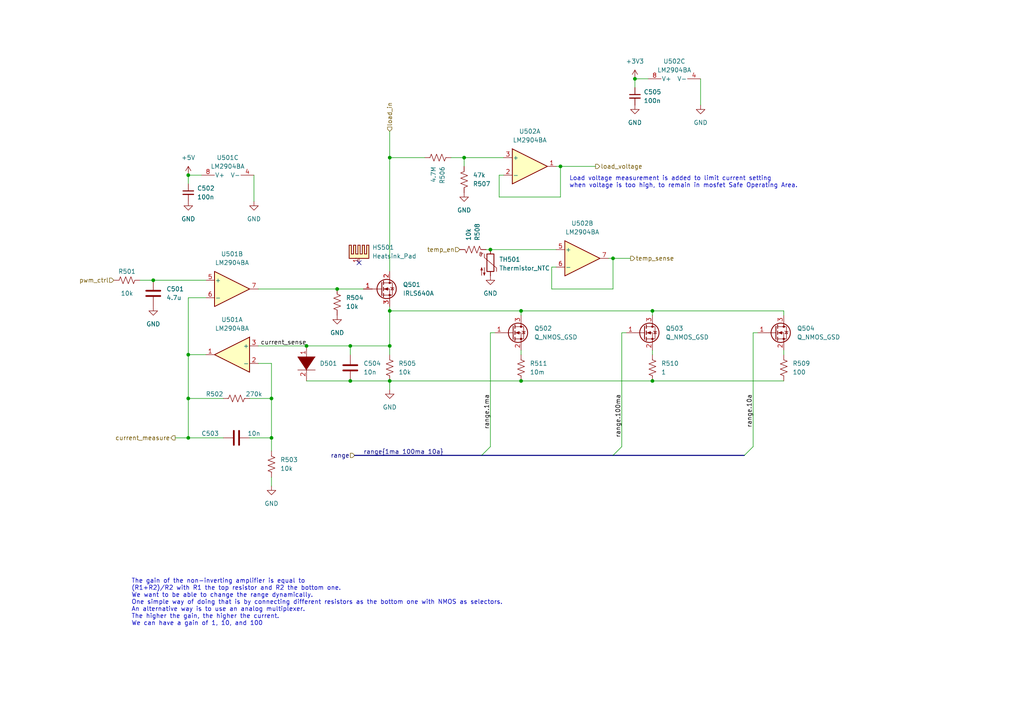
<source format=kicad_sch>
(kicad_sch (version 20211123) (generator eeschema)
  (paper "A4")
  (lib_symbols
    (symbol "Amplifier_Operational:LM2904" (pin_names (offset 0.127))
      (property "Reference" "U" (at 0 5.08 0))
      (property "Value" "LM2904" (at 0 -5.08 0))
      (symbol "LM2904_1_1"
        (polyline (pts (xy -5.08 5.08) (xy 5.08 0) (xy -5.08 -5.08) (xy -5.08 5.08)) (stroke (width 0.254)) (fill (type background)))
        (pin output line (at 7.62 0 180) (length 2.54) (name "~") (number "1"))
        (pin input line (at -7.62 -2.54 0) (length 2.54) (name "-") (number "2"))
        (pin input line (at -7.62 2.54 0) (length 2.54) (name "+") (number "3"))
      )
      (symbol "LM2904_2_1"
        (polyline (pts (xy -5.08 5.08) (xy 5.08 0) (xy -5.08 -5.08) (xy -5.08 5.08)) (stroke (width 0.254)) (fill (type background)))
        (pin input line (at -7.62 2.54 0) (length 2.54) (name "+") (number "5"))
        (pin input line (at -7.62 -2.54 0) (length 2.54) (name "-") (number "6"))
        (pin output line (at 7.62 0 180) (length 2.54) (name "~") (number "7"))
      )
      (symbol "LM2904_3_1"
        (pin power_in line (at -2.54 -7.62 90) (length 3.81) (name "V-") (number "4"))
        (pin power_in line (at -2.54 7.62 270) (length 3.81) (name "V+") (number "8"))
      )
    )
    (symbol "Device:C" (pin_numbers hide) (pin_names (offset 0.254))
      (property "Reference" "C" (at 0.635 2.54 0))
      (property "Value" "C" (at 0.635 -2.54 0))
      (symbol "C_0_1"
        (polyline (pts (xy -2.032 -0.762) (xy 2.032 -0.762)) (stroke (width 0.508)))
        (polyline (pts (xy -2.032 0.762) (xy 2.032 0.762)) (stroke (width 0.508)))
      )
      (symbol "C_1_1"
        (pin passive line (at 0 3.81 270) (length 2.794) (name "~") (number "1"))
        (pin passive line (at 0 -3.81 90) (length 2.794) (name "~") (number "2"))
      )
    )
    (symbol "Device:C_Small" (pin_numbers hide) (pin_names (offset 0.254) hide)
      (property "Reference" "C" (at 0.254 1.778 0))
      (property "Value" "C_Small" (at 0.254 -2.032 0))
      (symbol "C_Small_0_1"
        (polyline (pts (xy -1.524 -0.508) (xy 1.524 -0.508)) (stroke (width 0.3302)))
        (polyline (pts (xy -1.524 0.508) (xy 1.524 0.508)) (stroke (width 0.3048)))
      )
      (symbol "C_Small_1_1"
        (pin passive line (at 0 2.54 270) (length 2.032) (name "~") (number "1"))
        (pin passive line (at 0 -2.54 90) (length 2.032) (name "~") (number "2"))
      )
    )
    (symbol "Device:Q_NMOS_GDS" (pin_names (offset 0) hide)
      (property "Reference" "Q" (at 5.08 1.27 0))
      (property "Value" "Q_NMOS_GDS" (at 5.08 -1.27 0))
      (symbol "Q_NMOS_GDS_0_1"
        (polyline (pts (xy 0.254 0) (xy -2.54 0)))
        (polyline (pts (xy 0.254 1.905) (xy 0.254 -1.905)) (stroke (width 0.254)))
        (polyline (pts (xy 0.762 -1.27) (xy 0.762 -2.286)) (stroke (width 0.254)))
        (polyline (pts (xy 0.762 0.508) (xy 0.762 -0.508)) (stroke (width 0.254)))
        (polyline (pts (xy 0.762 2.286) (xy 0.762 1.27)) (stroke (width 0.254)))
        (polyline (pts (xy 2.54 2.54) (xy 2.54 1.778)))
        (polyline (pts (xy 2.54 -2.54) (xy 2.54 0) (xy 0.762 0)))
        (polyline (pts (xy 0.762 -1.778) (xy 3.302 -1.778) (xy 3.302 1.778) (xy 0.762 1.778)))
        (polyline (pts (xy 1.016 0) (xy 2.032 0.381) (xy 2.032 -0.381) (xy 1.016 0)) (fill (type outline)))
        (polyline (pts (xy 2.794 0.508) (xy 2.921 0.381) (xy 3.683 0.381) (xy 3.81 0.254)))
        (polyline (pts (xy 3.302 0.381) (xy 2.921 -0.254) (xy 3.683 -0.254) (xy 3.302 0.381)))
        (circle (center 1.651 0) (radius 2.794) (stroke (width 0.254)))
        (circle (center 2.54 -1.778) (radius 0.254) (fill (type outline)))
        (circle (center 2.54 1.778) (radius 0.254) (fill (type outline)))
      )
      (symbol "Q_NMOS_GDS_1_1"
        (pin input line (at -5.08 0 0) (length 2.54) (name "G") (number "1"))
        (pin passive line (at 2.54 5.08 270) (length 2.54) (name "D") (number "2"))
        (pin passive line (at 2.54 -5.08 90) (length 2.54) (name "S") (number "3"))
      )
    )
    (symbol "Device:Q_NMOS_GSD" (pin_names (offset 0) hide)
      (property "Reference" "Q" (at 5.08 1.27 0))
      (property "Value" "Q_NMOS_GSD" (at 5.08 -1.27 0))
      (symbol "Q_NMOS_GSD_0_1"
        (polyline (pts (xy 0.254 0) (xy -2.54 0)))
        (polyline (pts (xy 0.254 1.905) (xy 0.254 -1.905)) (stroke (width 0.254)))
        (polyline (pts (xy 0.762 -1.27) (xy 0.762 -2.286)) (stroke (width 0.254)))
        (polyline (pts (xy 0.762 0.508) (xy 0.762 -0.508)) (stroke (width 0.254)))
        (polyline (pts (xy 0.762 2.286) (xy 0.762 1.27)) (stroke (width 0.254)))
        (polyline (pts (xy 2.54 2.54) (xy 2.54 1.778)))
        (polyline (pts (xy 2.54 -2.54) (xy 2.54 0) (xy 0.762 0)))
        (polyline (pts (xy 0.762 -1.778) (xy 3.302 -1.778) (xy 3.302 1.778) (xy 0.762 1.778)))
        (polyline (pts (xy 1.016 0) (xy 2.032 0.381) (xy 2.032 -0.381) (xy 1.016 0)) (fill (type outline)))
        (polyline (pts (xy 2.794 0.508) (xy 2.921 0.381) (xy 3.683 0.381) (xy 3.81 0.254)))
        (polyline (pts (xy 3.302 0.381) (xy 2.921 -0.254) (xy 3.683 -0.254) (xy 3.302 0.381)))
        (circle (center 1.651 0) (radius 2.794) (stroke (width 0.254)))
        (circle (center 2.54 -1.778) (radius 0.254) (fill (type outline)))
        (circle (center 2.54 1.778) (radius 0.254) (fill (type outline)))
      )
      (symbol "Q_NMOS_GSD_1_1"
        (pin input line (at -5.08 0 0) (length 2.54) (name "G") (number "1"))
        (pin passive line (at 2.54 -5.08 90) (length 2.54) (name "S") (number "2"))
        (pin passive line (at 2.54 5.08 270) (length 2.54) (name "D") (number "3"))
      )
    )
    (symbol "Device:R_US" (pin_numbers hide) (pin_names (offset 0))
      (property "Reference" "R" (at 2.54 0 90))
      (property "Value" "R_US" (at -2.54 0 90))
      (symbol "R_US_0_1"
        (polyline (pts (xy 0 -2.286) (xy 0 -2.54)))
        (polyline (pts (xy 0 2.286) (xy 0 2.54)))
        (polyline (pts (xy 0 -0.762) (xy 1.016 -1.143) (xy 0 -1.524) (xy -1.016 -1.905) (xy 0 -2.286)))
        (polyline (pts (xy 0 0.762) (xy 1.016 0.381) (xy 0 0) (xy -1.016 -0.381) (xy 0 -0.762)))
        (polyline (pts (xy 0 2.286) (xy 1.016 1.905) (xy 0 1.524) (xy -1.016 1.143) (xy 0 0.762)))
      )
      (symbol "R_US_1_1"
        (pin passive line (at 0 3.81 270) (length 1.27) (name "~") (number "1"))
        (pin passive line (at 0 -3.81 90) (length 1.27) (name "~") (number "2"))
      )
    )
    (symbol "Device:Thermistor_NTC" (pin_numbers hide) (pin_names (offset 0))
      (property "Reference" "TH" (at -4.445 0 90))
      (property "Value" "Thermistor_NTC" (at 3.175 0 90))
      (symbol "Thermistor_NTC_0_1"
        (arc (start -3.048 2.159) (mid -3.0495 2.3143) (end -3.175 2.413))
        (arc (start -3.048 2.159) (mid -2.9736 1.9794) (end -2.794 1.905))
        (arc (start -3.048 2.794) (mid -2.9736 2.6144) (end -2.794 2.54))
        (arc (start -2.794 1.905) (mid -2.6144 1.9794) (end -2.54 2.159))
        (arc (start -2.794 2.54) (mid -2.4393 2.5587) (end -2.159 2.794))
        (arc (start -2.794 3.048) (mid -2.9736 2.9736) (end -3.048 2.794))
        (arc (start -2.54 2.794) (mid -2.6144 2.9736) (end -2.794 3.048))
        (rectangle (start -1.016 2.54) (end 1.016 -2.54) (stroke (width 0.254)))
        (polyline (pts (xy -2.54 2.159) (xy -2.54 2.794)))
        (polyline (pts (xy -1.778 2.54) (xy -1.778 1.524) (xy 1.778 -1.524) (xy 1.778 -2.54)))
        (polyline (pts (xy -2.54 -3.683) (xy -2.54 -1.397) (xy -2.794 -2.159) (xy -2.286 -2.159) (xy -2.54 -1.397) (xy -2.54 -1.651)) (fill (type outline)))
        (polyline (pts (xy -1.778 -1.397) (xy -1.778 -3.683) (xy -2.032 -2.921) (xy -1.524 -2.921) (xy -1.778 -3.683) (xy -1.778 -3.429)) (fill (type outline)))
      )
      (symbol "Thermistor_NTC_1_1"
        (pin passive line (at 0 3.81 270) (length 1.27) (name "~") (number "1"))
        (pin passive line (at 0 -3.81 90) (length 1.27) (name "~") (number "2"))
      )
    )
    (symbol "Mechanical:Heatsink_Pad" (pin_names (offset 0))
      (property "Reference" "HS" (at 0 5.715 0))
      (property "Value" "Heatsink_Pad" (at 0 3.81 0))
      (symbol "Heatsink_Pad_0_1"
        (polyline (pts (xy -0.3302 0) (xy -0.9652 0) (xy -0.9652 2.54) (xy -1.6002 2.54) (xy -1.6002 0) (xy -2.2352 0) (xy -2.2352 2.54) (xy -2.8702 2.54) (xy -2.8702 -1.27) (xy -0.9652 -1.27)) (stroke (width 0.254)) (fill (type background)))
        (polyline (pts (xy -0.3302 0) (xy -0.3302 2.54) (xy 0.3048 2.54) (xy 0.3048 0) (xy 0.9398 0) (xy 0.9398 2.54) (xy 1.5748 2.54) (xy 1.5748 0) (xy 2.2098 0) (xy 2.2098 2.54) (xy 2.8448 2.54) (xy 2.8448 -1.27) (xy -0.9652 -1.27)) (stroke (width 0.254)) (fill (type background)))
      )
      (symbol "Heatsink_Pad_1_1"
        (pin passive line (at 0 -2.54 90) (length 1.27) (name "~") (number "1"))
      )
    )
    (symbol "power:+3.3V" (power) (pin_names (offset 0))
      (property "Value" "+3.3V" (at 0 3.556 0))
      (symbol "+3.3V_0_1"
        (polyline (pts (xy -0.762 1.27) (xy 0 2.54)))
        (polyline (pts (xy 0 0) (xy 0 2.54)))
        (polyline (pts (xy 0 2.54) (xy 0.762 1.27)))
      )
      (symbol "+3.3V_1_1"
        (pin power_in line (at 0 0 90) (length 0) hide (name "+3V3") (number "1"))
      )
    )
    (symbol "power:+5V" (power) (pin_names (offset 0))
      (property "Value" "+5V" (at 0 3.556 0))
      (symbol "+5V_0_1"
        (polyline (pts (xy -0.762 1.27) (xy 0 2.54)))
        (polyline (pts (xy 0 0) (xy 0 2.54)))
        (polyline (pts (xy 0 2.54) (xy 0.762 1.27)))
      )
      (symbol "+5V_1_1"
        (pin power_in line (at 0 0 90) (length 0) hide (name "+5V") (number "1"))
      )
    )
    (symbol "power:GND" (power) (pin_names (offset 0))
      (property "Value" "GND" (at 0 -3.81 0))
      (symbol "GND_0_1"
        (polyline (pts (xy 0 0) (xy 0 -1.27) (xy 1.27 -1.27) (xy 0 -2.54) (xy -1.27 -1.27) (xy 0 -1.27)))
      )
      (symbol "GND_1_1"
        (pin power_in line (at 0 0 270) (length 0) hide (name "GND") (number "1"))
      )
    )
    (symbol "pspice:DIODE" (pin_names (offset 1.016) hide)
      (property "Reference" "D" (at 0 3.81 0))
      (property "Value" "DIODE" (at 0 -4.445 0))
      (symbol "DIODE_0_1"
        (polyline (pts (xy 1.905 2.54) (xy 1.905 -2.54)))
        (polyline (pts (xy -1.905 2.54) (xy -1.905 -2.54) (xy 1.905 0)) (fill (type outline)))
      )
      (symbol "DIODE_1_1"
        (pin input line (at -5.08 0 0) (length 3.81) (name "K") (number "1"))
        (pin input line (at 5.08 0 180) (length 3.81) (name "A") (number "2"))
      )
    )
  )
  (junction (at 113.03 100.33))
  (junction (at 162.56 48.26))
  (junction (at 142.24 72.39))
  (junction (at 113.03 90.17))
  (junction (at 54.61 50.8))
  (junction (at 189.23 110.49))
  (junction (at 151.13 90.17))
  (junction (at 184.15 22.86))
  (junction (at 54.61 127))
  (junction (at 134.62 45.72))
  (junction (at 177.8 74.93))
  (junction (at 78.74 127))
  (junction (at 54.61 102.87))
  (junction (at 113.03 110.49))
  (junction (at 78.74 115.57))
  (junction (at 97.79 83.82))
  (junction (at 101.6 110.49))
  (junction (at 44.45 81.28))
  (junction (at 54.61 115.57))
  (junction (at 189.23 90.17))
  (junction (at 88.9 100.33))
  (junction (at 151.13 110.49))
  (junction (at 113.03 45.72))
  (junction (at 101.6 100.33))
  (no_connect (at 104.14 76.2))
  (bus_entry (at 139.7 132.08) (size 2.54 -2.54))
  (bus_entry (at 215.9 132.08) (size 2.54 -2.54))
  (bus_entry (at 177.8 132.08) (size 2.54 -2.54))
  (wire (pts (xy 74.93 100.33) (xy 88.9 100.33)))
  (wire (pts (xy 151.13 101.6) (xy 151.13 102.87)))
  (wire (pts (xy 54.61 50.8) (xy 54.61 53.34)))
  (wire (pts (xy 59.69 102.87) (xy 54.61 102.87)))
  (wire (pts (xy 113.03 110.49) (xy 151.13 110.49)))
  (wire (pts (xy 227.33 90.17) (xy 227.33 91.44)))
  (bus (pts (xy 102.87 132.08) (xy 139.7 132.08)))
  (wire (pts (xy 151.13 110.49) (xy 189.23 110.49)))
  (wire (pts (xy 184.15 22.86) (xy 184.15 25.4)))
  (wire (pts (xy 160.02 83.82) (xy 177.8 83.82)))
  (wire (pts (xy 177.8 83.82) (xy 177.8 74.93)))
  (wire (pts (xy 180.34 96.52) (xy 181.61 96.52)))
  (wire (pts (xy 134.62 45.72) (xy 146.05 45.72)))
  (wire (pts (xy 88.9 100.33) (xy 101.6 100.33)))
  (wire (pts (xy 101.6 100.33) (xy 101.6 102.87)))
  (wire (pts (xy 134.62 45.72) (xy 134.62 48.26)))
  (wire (pts (xy 78.74 130.81) (xy 78.74 127)))
  (wire (pts (xy 101.6 110.49) (xy 113.03 110.49)))
  (wire (pts (xy 73.66 58.42) (xy 73.66 50.8)))
  (wire (pts (xy 162.56 48.26) (xy 172.72 48.26)))
  (wire (pts (xy 113.03 45.72) (xy 123.19 45.72)))
  (wire (pts (xy 113.03 90.17) (xy 151.13 90.17)))
  (wire (pts (xy 130.81 45.72) (xy 134.62 45.72)))
  (wire (pts (xy 54.61 127) (xy 54.61 115.57)))
  (wire (pts (xy 113.03 113.03) (xy 113.03 110.49)))
  (bus (pts (xy 177.8 132.08) (xy 215.9 132.08)))
  (wire (pts (xy 160.02 77.47) (xy 161.29 77.47)))
  (wire (pts (xy 218.44 96.52) (xy 218.44 129.54)))
  (wire (pts (xy 54.61 86.36) (xy 54.61 102.87)))
  (wire (pts (xy 140.97 72.39) (xy 142.24 72.39)))
  (wire (pts (xy 113.03 90.17) (xy 113.03 100.33)))
  (wire (pts (xy 203.2 30.48) (xy 203.2 22.86)))
  (wire (pts (xy 72.39 115.57) (xy 78.74 115.57)))
  (wire (pts (xy 44.45 81.28) (xy 59.69 81.28)))
  (wire (pts (xy 54.61 115.57) (xy 64.77 115.57)))
  (wire (pts (xy 78.74 127) (xy 78.74 115.57)))
  (wire (pts (xy 144.78 50.8) (xy 146.05 50.8)))
  (wire (pts (xy 151.13 90.17) (xy 151.13 91.44)))
  (wire (pts (xy 162.56 57.15) (xy 162.56 48.26)))
  (wire (pts (xy 40.64 81.28) (xy 44.45 81.28)))
  (wire (pts (xy 218.44 96.52) (xy 219.71 96.52)))
  (wire (pts (xy 189.23 110.49) (xy 227.33 110.49)))
  (wire (pts (xy 142.24 96.52) (xy 143.51 96.52)))
  (wire (pts (xy 54.61 50.8) (xy 58.42 50.8)))
  (wire (pts (xy 142.24 72.39) (xy 161.29 72.39)))
  (wire (pts (xy 88.9 110.49) (xy 101.6 110.49)))
  (wire (pts (xy 176.53 74.93) (xy 177.8 74.93)))
  (wire (pts (xy 72.39 127) (xy 78.74 127)))
  (wire (pts (xy 177.8 74.93) (xy 182.88 74.93)))
  (wire (pts (xy 97.79 83.82) (xy 105.41 83.82)))
  (wire (pts (xy 180.34 96.52) (xy 180.34 129.54)))
  (wire (pts (xy 78.74 105.41) (xy 74.93 105.41)))
  (wire (pts (xy 144.78 50.8) (xy 144.78 57.15)))
  (wire (pts (xy 78.74 115.57) (xy 78.74 105.41)))
  (wire (pts (xy 101.6 100.33) (xy 113.03 100.33)))
  (wire (pts (xy 78.74 140.97) (xy 78.74 138.43)))
  (wire (pts (xy 144.78 57.15) (xy 162.56 57.15)))
  (wire (pts (xy 113.03 38.1) (xy 113.03 45.72)))
  (wire (pts (xy 50.8 127) (xy 54.61 127)))
  (wire (pts (xy 113.03 100.33) (xy 113.03 102.87)))
  (wire (pts (xy 64.77 127) (xy 54.61 127)))
  (wire (pts (xy 54.61 102.87) (xy 54.61 115.57)))
  (wire (pts (xy 189.23 90.17) (xy 227.33 90.17)))
  (wire (pts (xy 184.15 22.86) (xy 187.96 22.86)))
  (wire (pts (xy 113.03 45.72) (xy 113.03 78.74)))
  (wire (pts (xy 160.02 77.47) (xy 160.02 83.82)))
  (wire (pts (xy 142.24 96.52) (xy 142.24 129.54)))
  (wire (pts (xy 227.33 101.6) (xy 227.33 102.87)))
  (wire (pts (xy 113.03 88.9) (xy 113.03 90.17)))
  (wire (pts (xy 162.56 48.26) (xy 161.29 48.26)))
  (bus (pts (xy 139.7 132.08) (xy 177.8 132.08)))
  (wire (pts (xy 151.13 90.17) (xy 189.23 90.17)))
  (wire (pts (xy 54.61 86.36) (xy 59.69 86.36)))
  (wire (pts (xy 74.93 83.82) (xy 97.79 83.82)))
  (wire (pts (xy 189.23 90.17) (xy 189.23 91.44)))
  (wire (pts (xy 189.23 101.6) (xy 189.23 102.87)))
  (text "Load voltage measurement is added to limit current setting \nwhen voltage is too high, to remain in mosfet Safe Operating Area." (at 165.1 54.61 0) (effects (font (size 1.27 1.27)) (justify left bottom)))
  (text "The gain of the non-inverting amplifier is equal to \n(R1+R2)/R2 with R1 the top resistor and R2 the bottom one.\nWe want to be able to change the range dynamically. \nOne simple way of doing that is by connecting different resistors as the bottom one with NMOS as selectors. \nAn alternative way is to use an analog multiplexer.\nThe higher the gain, the higher the current. \nWe can have a gain of 1, 10, and 100" (at 38.1 181.61 0) (effects (font (size 1.27 1.27)) (justify left bottom)))
  (text "The PWM signal generates a DC voltage from 10mV to 1V. \nValues below 10mV will yield too much error in the current measurement due to the op-amp offset voltage.\nThere are 4 ranges that are dynamically set by the micro-controller based on the desired current.\nThe current range depends on the resistor that is connected to the power mosfet.\n10k: 100nA to 10uA\n100: 10uA to 1mA\n1: 1mA to 100mA\n10m: 100mA to 10A\n\nThe resistors are connected in parrallel instead of only one, because this way there is no make-before-break \nor break-before-make consideration to have. \nThe capacitor in parallel with the 10k resistor serves to prevent transient when the range is lowered in a step change \n(for instance, if all mosfets are on, and we suddenly switch them on, the current that was flowing through the smallest\nresistors will flow in C instead of creating a voltage spike on top of R).\n\nThe diode serves the same purpose, if the voltage goes above 700mV, it conducts the surplus of current.\n\nHowever, the mosfet should limit the voltage itself, because if the voltage above the sense resistors goes to high, Vgs will drop." (at 166.37 -2.54 0) (effects (font (size 1.27 1.27)) (justify left bottom)))
  (label "range{1ma 100ma 10a}" (at 105.41 132.08 0))
  (label "current_sense" (at 88.9 100.33 180))
  (label "range.10a" (at 218.44 114.3 270))
  (label "range.1ma" (at 142.24 114.3 270))
  (label "range.100ma" (at 180.34 114.3 270))
  (hierarchical_label "temp_en" (shape input) (at 133.35 72.39 180))
  (hierarchical_label "range" (shape input) (at 102.87 132.08 180))
  (hierarchical_label "pwm_ctrl" (shape input) (at 33.02 81.28 180))
  (hierarchical_label "current_measure" (shape output) (at 50.8 127 180))
  (hierarchical_label "load_voltage" (shape output) (at 172.72 48.26 0))
  (hierarchical_label "temp_sense" (shape output) (at 182.88 74.93 0))
  (hierarchical_label "load_in" (shape input) (at 113.03 38.1 90))
  (symbol (lib_id "Device:C") (at 44.45 85.09 0) (unit 1) (in_bom no)
    (property "Reference" "C501" (at 48.26 83.8199 0) (effects (justify left)))
    (property "Value" "4.7u" (at 48.26 86.3599 0) (effects (justify left)))
    (property "Footprint" "Capacitor_SMD:C_0805_2012Metric" (effects hide))
    (property "Manufacturer" "Generic" (effects hide))
    (property "PartNumber" "Generic" (effects hide))
  )
  (symbol (lib_id "Device:R_US") (at 227.33 106.68 180) (unit 1) (in_bom no)
    (property "Reference" "R509" (at 229.87 105.4099 0) (effects (justify right)))
    (property "Value" "100" (at 229.87 107.9499 0) (effects (justify right)))
    (property "Footprint" "Resistor_SMD:R_0805_2012Metric" (effects hide))
    (property "Manufacturer" "Generic" (effects hide))
    (property "PartNumber" "Generic" (effects hide))
  )
  (symbol (lib_id "power:GND") (at 184.15 30.48 0) (unit 1)
    (property "Reference" "#PWR0511" (effects hide))
    (property "Value" "GND" (at 184.15 35.56 0))
  )
  (symbol (lib_id "power:GND") (at 113.03 113.03 0) (unit 1)
    (property "Reference" "#PWR0507" (effects hide))
    (property "Value" "GND" (at 113.03 118.11 0))
  )
  (symbol (lib_id "Mechanical:Heatsink_Pad") (at 104.14 73.66 0) (unit 1)
    (property "Reference" "HS501" (at 107.95 71.7549 0) (effects (justify left)))
    (property "Value" "Heatsink_Pad" (at 107.95 74.2949 0) (effects (justify left)))
    (property "Footprint" "0_Heatsink:Heatsink_ASSMANN_WSW_V6560W" (effects hide))
    (property "Manufacturer" "ASSMANN WSW" (effects hide))
    (property "PartNumber" "V6560W" (effects hide))
  )
  (symbol (lib_id "Amplifier_Operational:LM2904") (at 153.67 48.26 0) (unit 1)
    (property "Reference" "U502" (at 153.67 38.1 0))
    (property "Value" "LM2904BA" (at 153.67 40.64 0))
    (property "Footprint" "Package_SO:TSSOP-8_4.4x3mm_P0.65mm" (effects hide))
    (property "Datasheet" "http://www.ti.com/lit/ds/symlink/lm358.pdf" (effects hide))
    (property "Manufacturer" "Texas Instrument" (effects hide))
    (property "PartNumber" "LM2904BAIPWR" (effects hide))
  )
  (symbol (lib_id "Device:R_US") (at 137.16 72.39 90) (mirror x) (unit 1) (in_bom no)
    (property "Reference" "R508" (at 138.4301 69.85 0) (effects (justify right)))
    (property "Value" "10k" (at 135.8901 69.85 0) (effects (justify right)))
    (property "Footprint" "Resistor_SMD:R_0805_2012Metric" (effects hide))
    (property "Manufacturer" "Generic" (effects hide))
    (property "PartNumber" "Generic" (effects hide))
  )
  (symbol (lib_id "Device:C") (at 68.58 127 270) (unit 1) (in_bom no)
    (property "Reference" "C503" (at 60.96 125.73 90))
    (property "Value" "10n" (at 73.66 125.73 90))
    (property "Footprint" "Capacitor_SMD:C_0805_2012Metric" (effects hide))
    (property "Manufacturer" "Generic" (effects hide))
    (property "PartNumber" "Generic" (effects hide))
  )
  (symbol (lib_id "Device:R_US") (at 36.83 81.28 90) (unit 1) (in_bom no)
    (property "Reference" "R501" (at 36.83 78.74 90))
    (property "Value" "10k" (at 36.83 85.09 90))
    (property "Footprint" "Resistor_SMD:R_0805_2012Metric" (effects hide))
    (property "Manufacturer" "Generic" (effects hide))
    (property "PartNumber" "Generic" (effects hide))
  )
  (symbol (lib_id "Amplifier_Operational:LM2904") (at 66.04 48.26 90) (unit 3)
    (property "Reference" "U501" (at 66.04 45.72 90))
    (property "Value" "LM2904BA" (at 66.04 48.26 90))
    (property "Footprint" "Package_SO:TSSOP-8_4.4x3mm_P0.65mm" (effects hide))
    (property "Datasheet" "http://www.ti.com/lit/ds/symlink/lm358.pdf" (effects hide))
    (property "Manufacturer" "Texas Instrument" (effects hide))
    (property "PartNumber" "LM2904BAIPWR" (effects hide))
  )
  (symbol (lib_id "Device:R_US") (at 78.74 134.62 0) (unit 1) (in_bom no)
    (property "Reference" "R503" (at 81.28 133.35 0) (effects (justify left)))
    (property "Value" "10k" (at 81.28 135.8899 0) (effects (justify left)))
    (property "Footprint" "Resistor_SMD:R_0805_2012Metric" (effects hide))
    (property "Manufacturer" "Generic" (effects hide))
    (property "PartNumber" "Generic" (effects hide))
  )
  (symbol (lib_id "Device:R_US") (at 97.79 87.63 180) (unit 1) (in_bom no)
    (property "Reference" "R504" (at 100.33 86.3599 0) (effects (justify right)))
    (property "Value" "10k" (at 100.33 88.8999 0) (effects (justify right)))
    (property "Footprint" "Resistor_SMD:R_0805_2012Metric" (effects hide))
    (property "Manufacturer" "Generic" (effects hide))
    (property "PartNumber" "Generic" (effects hide))
  )
  (symbol (lib_id "power:GND") (at 54.61 58.42 0) (unit 1)
    (property "Reference" "#PWR0503" (effects hide))
    (property "Value" "GND" (at 54.61 63.5 0))
  )
  (symbol (lib_id "Device:Q_NMOS_GDS") (at 110.49 83.82 0) (unit 1)
    (property "Reference" "Q501" (at 116.84 82.5499 0) (effects (justify left)))
    (property "Value" "IRLS640A" (at 116.84 85.0899 0) (effects (justify left)))
    (property "Footprint" "Package_TO_SOT_THT:TO-220-3_Vertical" (effects hide))
    (property "Manufacturer" "On Semiconductor" (effects hide))
    (property "PartNumber" "IRLS640A" (effects hide))
  )
  (symbol (lib_id "power:GND") (at 97.79 91.44 0) (unit 1)
    (property "Reference" "#PWR0506" (effects hide))
    (property "Value" "GND" (at 97.79 96.52 0))
  )
  (symbol (lib_id "Amplifier_Operational:LM2904") (at 195.58 20.32 90) (unit 3)
    (property "Reference" "U502" (at 195.58 17.78 90))
    (property "Value" "LM2904BA" (at 195.58 20.32 90))
    (property "Footprint" "Package_SO:TSSOP-8_4.4x3mm_P0.65mm" (effects hide))
    (property "Datasheet" "http://www.ti.com/lit/ds/symlink/lm358.pdf" (effects hide))
    (property "Manufacturer" "Texas Instrument" (effects hide))
    (property "PartNumber" "LM2904BAIPWR" (effects hide))
  )
  (symbol (lib_id "Device:R_US") (at 151.13 106.68 180) (unit 1) (in_bom no)
    (property "Reference" "R511" (at 153.67 105.4099 0) (effects (justify right)))
    (property "Value" "10m" (at 153.67 107.9499 0) (effects (justify right)))
    (property "Footprint" "Resistor_SMD:R_0805_2012Metric" (effects hide))
    (property "Manufacturer" "Generic" (effects hide))
    (property "PartNumber" "Generic" (effects hide))
  )
  (symbol (lib_id "power:GND") (at 203.2 30.48 0) (unit 1)
    (property "Reference" "#PWR0512" (effects hide))
    (property "Value" "GND" (at 203.2 35.56 0))
  )
  (symbol (lib_id "pspice:DIODE") (at 88.9 105.41 270) (unit 1)
    (property "Reference" "D501" (at 92.71 105.4099 90) (effects (justify left)))
    (property "Value" "DIODE" (effects hide))
    (property "Footprint" "Diode_SMD:D_SOD-323" (effects hide))
    (property "Manufacturer" "Micro Commercial Components" (effects hide))
    (property "PartNumber" "SD101AWS-TP" (effects hide))
  )
  (symbol (lib_id "Device:R_US") (at 113.03 106.68 180) (unit 1) (in_bom no)
    (property "Reference" "R505" (at 115.57 105.4099 0) (effects (justify right)))
    (property "Value" "10k" (at 115.57 107.9499 0) (effects (justify right)))
    (property "Footprint" "Resistor_SMD:R_0805_2012Metric" (effects hide))
    (property "Manufacturer" "Generic" (effects hide))
    (property "PartNumber" "Generic" (effects hide))
  )
  (symbol (lib_id "Amplifier_Operational:LM2904") (at 67.31 83.82 0) (unit 2)
    (property "Reference" "U501" (at 67.31 73.66 0))
    (property "Value" "LM2904BA" (at 67.31 76.2 0))
    (property "Footprint" "Package_SO:TSSOP-8_4.4x3mm_P0.65mm" (effects hide))
    (property "Datasheet" "http://www.ti.com/lit/ds/symlink/lm358.pdf" (effects hide))
    (property "Manufacturer" "Texas Instrument" (effects hide))
    (property "PartNumber" "LM2904BAIPWR" (effects hide))
  )
  (symbol (lib_id "Amplifier_Operational:LM2904") (at 67.31 102.87 0) (mirror y) (unit 1)
    (property "Reference" "U501" (at 67.31 92.71 0))
    (property "Value" "LM2904BA" (at 67.31 95.25 0))
    (property "Footprint" "Package_SO:TSSOP-8_4.4x3mm_P0.65mm" (effects hide))
    (property "Datasheet" "http://www.ti.com/lit/ds/symlink/lm358.pdf" (effects hide))
    (property "Manufacturer" "Texas Instrument" (effects hide))
    (property "PartNumber" "LM2904BAIPWR" (effects hide))
  )
  (symbol (lib_id "Device:R_US") (at 189.23 106.68 180) (unit 1) (in_bom no)
    (property "Reference" "R510" (at 191.77 105.4099 0) (effects (justify right)))
    (property "Value" "1" (at 191.77 107.9499 0) (effects (justify right)))
    (property "Footprint" "Resistor_SMD:R_0805_2012Metric" (effects hide))
    (property "Manufacturer" "Generic" (effects hide))
    (property "PartNumber" "Generic" (effects hide))
  )
  (symbol (lib_id "Device:C") (at 101.6 106.68 180) (unit 1) (in_bom no)
    (property "Reference" "C504" (at 105.41 105.4099 0) (effects (justify right)))
    (property "Value" "10n" (at 105.41 107.9499 0) (effects (justify right)))
    (property "Footprint" "Capacitor_SMD:C_0805_2012Metric" (effects hide))
    (property "Manufacturer" "Generic" (effects hide))
    (property "PartNumber" "Generic" (effects hide))
  )
  (symbol (lib_id "Device:C_Small") (at 184.15 27.94 0) (unit 1) (in_bom no)
    (property "Reference" "C505" (at 186.69 26.6762 0) (effects (justify left)))
    (property "Value" "100n" (at 186.69 29.2162 0) (effects (justify left)))
    (property "Footprint" "Capacitor_SMD:C_0402_1005Metric" (effects hide))
    (property "Manufacturer" "Generic" (effects hide))
    (property "PartNumber" "Generic" (effects hide))
  )
  (symbol (lib_id "Device:R_US") (at 134.62 52.07 0) (mirror y) (unit 1) (in_bom no)
    (property "Reference" "R507" (at 137.16 53.3401 0) (effects (justify right)))
    (property "Value" "47k" (at 137.16 50.8001 0) (effects (justify right)))
    (property "Footprint" "Resistor_SMD:R_0805_2012Metric" (effects hide))
    (property "Manufacturer" "Generic" (effects hide))
    (property "PartNumber" "Generic" (effects hide))
  )
  (symbol (lib_id "Device:Q_NMOS_GSD") (at 224.79 96.52 0) (unit 1)
    (property "Reference" "Q504" (at 231.14 95.2499 0) (effects (justify left)))
    (property "Value" "Q_NMOS_GSD" (at 231.14 97.79 0) (effects (justify left)))
    (property "Footprint" "Package_TO_SOT_SMD:SOT-23" (effects hide))
    (property "Manufacturer" "Panjit" (effects hide))
    (property "PartNumber" "PJA3404_R1_00001" (effects hide))
  )
  (symbol (lib_id "power:GND") (at 78.74 140.97 0) (unit 1)
    (property "Reference" "#PWR0505" (effects hide))
    (property "Value" "GND" (at 78.74 146.05 0))
  )
  (symbol (lib_id "Device:Thermistor_NTC") (at 142.24 76.2 0) (unit 1)
    (property "Reference" "TH501" (at 144.78 75.2474 0) (effects (justify left)))
    (property "Value" "Thermistor_NTC" (at 144.78 77.7874 0) (effects (justify left)))
    (property "Footprint" "Resistor_SMD:R_0402_1005Metric" (effects hide))
    (property "Manufacturer" "TDK Corporation" (effects hide))
    (property "PartNumber" "NTCG103JF103FT1" (effects hide))
  )
  (symbol (lib_id "power:+3.3V") (at 184.15 22.86 0) (unit 1)
    (property "Reference" "#PWR0510" (effects hide))
    (property "Value" "+3.3V" (at 184.15 17.78 0))
  )
  (symbol (lib_id "Device:C_Small") (at 54.61 55.88 0) (unit 1) (in_bom no)
    (property "Reference" "C502" (at 57.15 54.6162 0) (effects (justify left)))
    (property "Value" "100n" (at 57.15 57.1562 0) (effects (justify left)))
    (property "Footprint" "Capacitor_SMD:C_0402_1005Metric" (effects hide))
    (property "Manufacturer" "Generic" (effects hide))
    (property "PartNumber" "Generic" (effects hide))
  )
  (symbol (lib_id "power:GND") (at 142.24 80.01 0) (unit 1)
    (property "Reference" "#PWR0509" (effects hide))
    (property "Value" "GND" (at 142.24 85.09 0))
  )
  (symbol (lib_id "power:GND") (at 134.62 55.88 0) (unit 1)
    (property "Reference" "#PWR0508" (effects hide))
    (property "Value" "GND" (at 134.62 60.96 0))
  )
  (symbol (lib_id "Device:R_US") (at 127 45.72 90) (unit 1) (in_bom no)
    (property "Reference" "R506" (at 128.2701 48.26 0) (effects (justify right)))
    (property "Value" "4.7M" (at 125.7301 48.26 0) (effects (justify right)))
    (property "Footprint" "Resistor_SMD:R_0805_2012Metric" (effects hide))
    (property "Manufacturer" "Generic" (effects hide))
    (property "PartNumber" "Generic" (effects hide))
  )
  (symbol (lib_id "Amplifier_Operational:LM2904") (at 168.91 74.93 0) (unit 2)
    (property "Reference" "U502" (at 168.91 64.77 0))
    (property "Value" "LM2904BA" (at 168.91 67.31 0))
    (property "Footprint" "Package_SO:TSSOP-8_4.4x3mm_P0.65mm" (effects hide))
    (property "Datasheet" "http://www.ti.com/lit/ds/symlink/lm358.pdf" (effects hide))
    (property "Manufacturer" "Texas Instrument" (effects hide))
    (property "PartNumber" "LM2904BAIPWR" (effects hide))
  )
  (symbol (lib_id "Device:R_US") (at 68.58 115.57 270) (unit 1) (in_bom no)
    (property "Reference" "R502" (at 62.23 114.3 90))
    (property "Value" "270k" (at 73.66 114.3 90))
    (property "Footprint" "Resistor_SMD:R_0805_2012Metric" (effects hide))
    (property "Manufacturer" "Generic" (effects hide))
    (property "PartNumber" "Generic" (effects hide))
  )
  (symbol (lib_id "power:GND") (at 73.66 58.42 0) (unit 1)
    (property "Reference" "#PWR0504" (effects hide))
    (property "Value" "GND" (at 73.66 63.5 0))
  )
  (symbol (lib_id "power:GND") (at 44.45 88.9 0) (unit 1)
    (property "Reference" "#PWR0501" (effects hide))
    (property "Value" "GND" (at 44.45 93.98 0))
  )
  (symbol (lib_id "Device:Q_NMOS_GSD") (at 148.59 96.52 0) (unit 1)
    (property "Reference" "Q502" (at 154.94 95.2499 0) (effects (justify left)))
    (property "Value" "Q_NMOS_GSD" (at 154.94 97.79 0) (effects (justify left)))
    (property "Footprint" "Package_TO_SOT_SMD:SOT-23" (effects hide))
    (property "Manufacturer" "Panjit" (effects hide))
    (property "PartNumber" "PJA3404_R1_00001" (effects hide))
  )
  (symbol (lib_id "power:+5V") (at 54.61 50.8 0) (unit 1)
    (property "Reference" "#PWR0101" (effects hide))
    (property "Value" "+5V" (at 54.61 45.72 0))
  )
  (symbol (lib_id "Device:Q_NMOS_GSD") (at 186.69 96.52 0) (unit 1)
    (property "Reference" "Q503" (at 193.04 95.2499 0) (effects (justify left)))
    (property "Value" "Q_NMOS_GSD" (at 193.04 97.79 0) (effects (justify left)))
    (property "Footprint" "Package_TO_SOT_SMD:SOT-23" (effects hide))
    (property "Manufacturer" "Panjit" (effects hide))
    (property "PartNumber" "PJA3404_R1_00001" (effects hide))
  )
)
</source>
